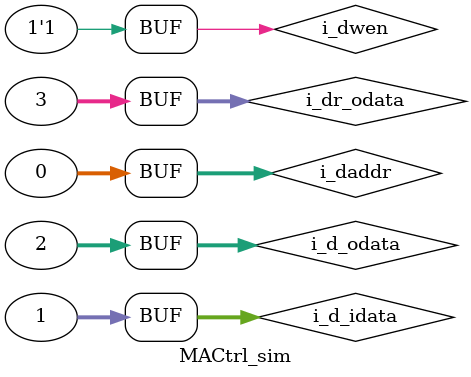
<source format=v>
`timescale 1ns / 1ps


module MACtrl_sim(

    );
    reg [31:0] i_iaddr;
    reg i_dwen;
    reg [31:0] i_daddr;
    reg [31:0] i_d_idata;
    reg [31:0] i_idata;
    reg [31:0] i_d_odata;
    reg [31:0] i_dr_odata;
    wire [31:0] o_idata;
    wire [31:0] o_d_odata;
    wire [31:0] o_iaddr;
    wire o_dwen;
    wire [31:0] o_daddr;
    wire [31:0] o_d_idata;
    wire o_drwen;
    wire [31:0] o_dr_idata;

    MACtrl m0 (
        .i_iaddr(i_iaddr),
        .o_idata(o_idata),
        .i_dwen(i_dwen),
        .i_daddr(i_daddr),
        .i_d_idata(i_d_idata),
        .o_d_odata(o_d_odata),
        .o_iaddr(o_iaddr),
        .i_idata(i_idata),
        .o_dwen(o_dwen),
        .o_daddr(o_daddr),
        .o_d_idata(o_d_idata),
        .i_d_odata(i_d_odata),
        .o_drwen(o_drwen),
        .o_dr_idata(o_dr_idata),
        .i_dr_odata(i_dr_odata)
    );
    initial begin
        i_daddr <= 32'hFE000000;
        i_d_idata <= 32'h1;
        i_d_odata <= 32'h2;
        i_dr_odata <= 32'h3;
        i_dwen <= 1;
        #100;
        i_daddr <= 32'h00000000;
        #100;
    end
    
endmodule

</source>
